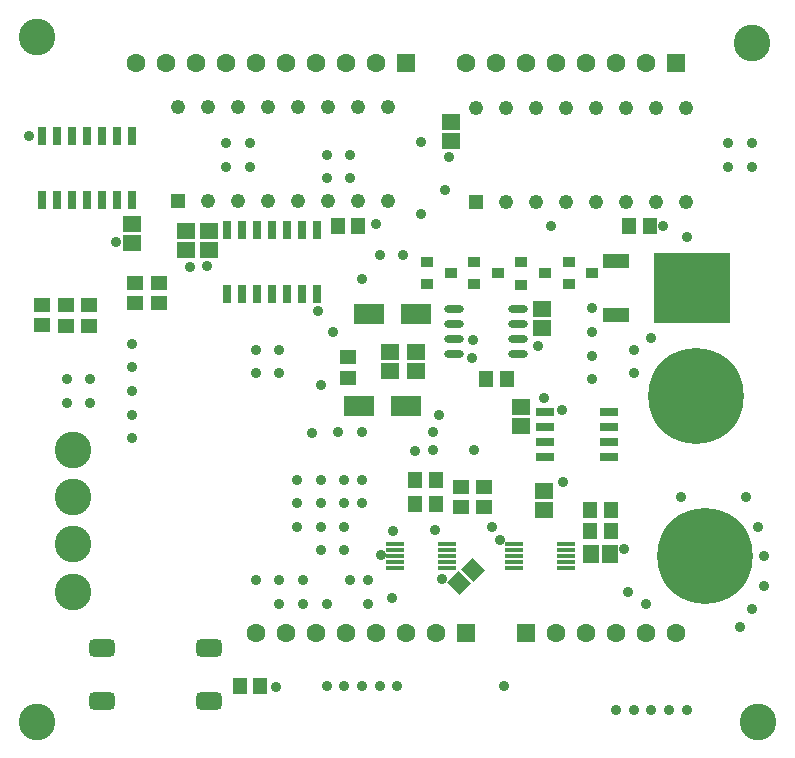
<source format=gts>
G04*
G04 #@! TF.GenerationSoftware,Altium Limited,Altium Designer,21.4.1 (30)*
G04*
G04 Layer_Color=8388736*
%FSLAX25Y25*%
%MOIN*%
G70*
G04*
G04 #@! TF.SameCoordinates,C77C1ACD-4D57-4A05-B96A-415324BACB4A*
G04*
G04*
G04 #@! TF.FilePolarity,Negative*
G04*
G01*
G75*
%ADD28R,0.04921X0.05709*%
%ADD29R,0.05906X0.05512*%
%ADD30R,0.05906X0.01575*%
%ADD31R,0.05512X0.05906*%
%ADD32R,0.10236X0.07087*%
%ADD33R,0.05709X0.04921*%
%ADD34R,0.06398X0.02953*%
G04:AMPARAMS|DCode=35|XSize=59.06mil|YSize=55.12mil|CornerRadius=0mil|HoleSize=0mil|Usage=FLASHONLY|Rotation=135.000|XOffset=0mil|YOffset=0mil|HoleType=Round|Shape=Rectangle|*
%AMROTATEDRECTD35*
4,1,4,0.04037,-0.00139,0.00139,-0.04037,-0.04037,0.00139,-0.00139,0.04037,0.04037,-0.00139,0.0*
%
%ADD35ROTATEDRECTD35*%

%ADD36O,0.06496X0.02756*%
%ADD37R,0.25591X0.23228*%
%ADD38R,0.09055X0.05118*%
G04:AMPARAMS|DCode=39|XSize=59.06mil|YSize=86.61mil|CornerRadius=15.75mil|HoleSize=0mil|Usage=FLASHONLY|Rotation=90.000|XOffset=0mil|YOffset=0mil|HoleType=Round|Shape=RoundedRectangle|*
%AMROUNDEDRECTD39*
21,1,0.05906,0.05512,0,0,90.0*
21,1,0.02756,0.08661,0,0,90.0*
1,1,0.03150,0.02756,0.01378*
1,1,0.03150,0.02756,-0.01378*
1,1,0.03150,-0.02756,-0.01378*
1,1,0.03150,-0.02756,0.01378*
%
%ADD39ROUNDEDRECTD39*%
%ADD40R,0.02953X0.06398*%
%ADD41R,0.03937X0.03543*%
%ADD42C,0.06299*%
%ADD43R,0.06299X0.06299*%
%ADD44C,0.04842*%
%ADD45R,0.04842X0.04842*%
%ADD46C,0.12205*%
%ADD47C,0.31890*%
%ADD48C,0.03543*%
D28*
X212106Y173228D02*
D03*
X205217D02*
D03*
X192224Y78347D02*
D03*
X199114D02*
D03*
X192224Y71260D02*
D03*
X199114D02*
D03*
X140748Y88583D02*
D03*
X133858D02*
D03*
Y80315D02*
D03*
X140748D02*
D03*
X164469Y122047D02*
D03*
X157579D02*
D03*
X75295Y19685D02*
D03*
X82185D02*
D03*
X107972Y173228D02*
D03*
X114862D02*
D03*
D29*
X176772Y84646D02*
D03*
Y78347D02*
D03*
X57480Y171260D02*
D03*
Y164961D02*
D03*
X64961Y171260D02*
D03*
Y164961D02*
D03*
X125591Y131102D02*
D03*
Y124803D02*
D03*
X169291Y106299D02*
D03*
Y112598D02*
D03*
X134252Y131102D02*
D03*
Y124803D02*
D03*
X175984Y145276D02*
D03*
Y138976D02*
D03*
X145669Y207874D02*
D03*
Y201575D02*
D03*
X39370Y173622D02*
D03*
Y167323D02*
D03*
D30*
X184252Y66929D02*
D03*
Y64961D02*
D03*
Y62992D02*
D03*
Y61024D02*
D03*
Y59055D02*
D03*
X166929D02*
D03*
Y61024D02*
D03*
Y62992D02*
D03*
Y64961D02*
D03*
Y66929D02*
D03*
X144488D02*
D03*
Y64961D02*
D03*
Y62992D02*
D03*
Y61024D02*
D03*
Y59055D02*
D03*
X127165D02*
D03*
Y61024D02*
D03*
Y62992D02*
D03*
Y64961D02*
D03*
Y66929D02*
D03*
D31*
X192520Y63780D02*
D03*
X198819D02*
D03*
D32*
X134252Y143701D02*
D03*
X118504D02*
D03*
X114961Y112992D02*
D03*
X130709D02*
D03*
D33*
X111417Y129429D02*
D03*
Y122539D02*
D03*
X149213Y86221D02*
D03*
Y79331D02*
D03*
X156693D02*
D03*
Y86221D02*
D03*
X48425Y147343D02*
D03*
Y154232D02*
D03*
X40551D02*
D03*
Y147343D02*
D03*
X9449Y139961D02*
D03*
Y146850D02*
D03*
X17323Y139862D02*
D03*
Y146752D02*
D03*
X25197Y139862D02*
D03*
Y146752D02*
D03*
D34*
X198472Y96043D02*
D03*
Y101043D02*
D03*
Y106043D02*
D03*
Y111043D02*
D03*
X177118D02*
D03*
Y106043D02*
D03*
Y101043D02*
D03*
Y96043D02*
D03*
D35*
X153015Y58526D02*
D03*
X148560Y54072D02*
D03*
D36*
X146850Y145295D02*
D03*
Y140295D02*
D03*
Y135295D02*
D03*
Y130295D02*
D03*
X168110Y145295D02*
D03*
Y140295D02*
D03*
Y135295D02*
D03*
Y130295D02*
D03*
D37*
X225984Y152402D02*
D03*
D38*
X200787Y161417D02*
D03*
Y143386D02*
D03*
D39*
X29331Y32480D02*
D03*
Y14764D02*
D03*
X65158D02*
D03*
Y32480D02*
D03*
D40*
X71221Y171701D02*
D03*
X76221D02*
D03*
X81221D02*
D03*
X86221D02*
D03*
X91221D02*
D03*
X96221D02*
D03*
X101221D02*
D03*
Y150347D02*
D03*
X96221D02*
D03*
X91221D02*
D03*
X86221D02*
D03*
X81221D02*
D03*
X76221D02*
D03*
X71221D02*
D03*
X39409Y203197D02*
D03*
X34409D02*
D03*
X29409D02*
D03*
X24409D02*
D03*
X19409D02*
D03*
X14409D02*
D03*
X9409D02*
D03*
Y181842D02*
D03*
X14409D02*
D03*
X19409D02*
D03*
X24409D02*
D03*
X29409D02*
D03*
X34409D02*
D03*
X39409D02*
D03*
D41*
X137795Y161220D02*
D03*
Y153740D02*
D03*
X145669Y157480D02*
D03*
X185039Y161220D02*
D03*
Y153740D02*
D03*
X192913Y157480D02*
D03*
X153543Y161220D02*
D03*
Y153740D02*
D03*
X161417Y157480D02*
D03*
X169291Y161024D02*
D03*
Y153543D02*
D03*
X177165Y157283D02*
D03*
D42*
X220787Y37402D02*
D03*
X210787D02*
D03*
X200787D02*
D03*
X190787D02*
D03*
X180787D02*
D03*
X120866Y227559D02*
D03*
X100866D02*
D03*
X90866D02*
D03*
X80866D02*
D03*
X70866D02*
D03*
X60866D02*
D03*
X50866D02*
D03*
X40866D02*
D03*
X110866D02*
D03*
X140787Y37402D02*
D03*
X130787D02*
D03*
X120787D02*
D03*
X110787D02*
D03*
X100787D02*
D03*
X90787D02*
D03*
X80787D02*
D03*
X210787Y227559D02*
D03*
X200787D02*
D03*
X190787D02*
D03*
X180787D02*
D03*
X170787D02*
D03*
X160787D02*
D03*
X150787D02*
D03*
D43*
X170787Y37402D02*
D03*
X130866Y227559D02*
D03*
X150787Y37402D02*
D03*
X220787Y227559D02*
D03*
D44*
X153976Y212480D02*
D03*
X163976D02*
D03*
X173976D02*
D03*
X183976D02*
D03*
X193976D02*
D03*
X203976D02*
D03*
X213976D02*
D03*
X223976D02*
D03*
Y181220D02*
D03*
X213976D02*
D03*
X203976D02*
D03*
X193976D02*
D03*
X183976D02*
D03*
X173976D02*
D03*
X163976D02*
D03*
X54803Y212598D02*
D03*
X64803D02*
D03*
X74803D02*
D03*
X84803D02*
D03*
X94803D02*
D03*
X104803D02*
D03*
X114803D02*
D03*
X124803D02*
D03*
Y181339D02*
D03*
X114803D02*
D03*
X104803D02*
D03*
X94803D02*
D03*
X84803D02*
D03*
X74803D02*
D03*
X64803D02*
D03*
D45*
X153976Y181220D02*
D03*
X54803Y181339D02*
D03*
D46*
X248031Y7874D02*
D03*
X246063Y234252D02*
D03*
X7874Y7874D02*
D03*
Y236221D02*
D03*
X19685Y98425D02*
D03*
X19685Y51181D02*
D03*
X19685Y66929D02*
D03*
Y82677D02*
D03*
D47*
X230315Y62992D02*
D03*
X227559Y116535D02*
D03*
D48*
X212598Y135827D02*
D03*
X206693Y131890D02*
D03*
Y124016D02*
D03*
X94488Y72835D02*
D03*
Y80709D02*
D03*
X39370Y102362D02*
D03*
Y110236D02*
D03*
X116142Y104331D02*
D03*
X108268D02*
D03*
X116142Y88583D02*
D03*
Y80709D02*
D03*
X118110Y47244D02*
D03*
Y55118D02*
D03*
X127953Y19685D02*
D03*
X122047D02*
D03*
X116142D02*
D03*
X110236D02*
D03*
X104331D02*
D03*
X204724Y51181D02*
D03*
X210630Y47244D02*
D03*
X153543Y98425D02*
D03*
X141732Y110236D02*
D03*
X139764Y98425D02*
D03*
X242126Y39370D02*
D03*
X222441Y82677D02*
D03*
X246063Y45276D02*
D03*
X250000Y53150D02*
D03*
Y62992D02*
D03*
X248031Y72835D02*
D03*
X244094Y82677D02*
D03*
X224410Y11811D02*
D03*
X218504D02*
D03*
X212598D02*
D03*
X206693D02*
D03*
X200787D02*
D03*
X163386Y19685D02*
D03*
X125984Y49213D02*
D03*
X139764Y104331D02*
D03*
X80709Y55118D02*
D03*
X102362Y120079D02*
D03*
X106299Y137795D02*
D03*
X179134Y173228D02*
D03*
X224410Y169291D02*
D03*
X17717Y122047D02*
D03*
Y114173D02*
D03*
X25591D02*
D03*
Y122047D02*
D03*
X70866Y200787D02*
D03*
Y192913D02*
D03*
X78740D02*
D03*
Y200787D02*
D03*
X104331Y196850D02*
D03*
Y188976D02*
D03*
X112205D02*
D03*
Y196850D02*
D03*
X238189Y200787D02*
D03*
Y192913D02*
D03*
X246063D02*
D03*
Y200787D02*
D03*
X135827Y177165D02*
D03*
X143701Y185039D02*
D03*
X80709Y131890D02*
D03*
Y124016D02*
D03*
X88583D02*
D03*
Y131890D02*
D03*
X122047Y163386D02*
D03*
X116142Y155512D02*
D03*
X129921Y163386D02*
D03*
X192913Y145669D02*
D03*
Y137795D02*
D03*
Y129921D02*
D03*
Y122047D02*
D03*
X104331Y47244D02*
D03*
X112205Y55118D02*
D03*
X88583D02*
D03*
Y47244D02*
D03*
X96457D02*
D03*
Y55118D02*
D03*
X39370Y133858D02*
D03*
Y125984D02*
D03*
Y118110D02*
D03*
X110236Y72835D02*
D03*
X102362D02*
D03*
X110236Y64961D02*
D03*
X102362D02*
D03*
X94488Y88583D02*
D03*
X102362D02*
D03*
Y80709D02*
D03*
X110236D02*
D03*
Y88583D02*
D03*
X145276Y196063D02*
D03*
X159449Y72835D02*
D03*
X140551Y71653D02*
D03*
X126378Y71260D02*
D03*
X153150Y135039D02*
D03*
X152756Y129134D02*
D03*
X122441Y63386D02*
D03*
X142913Y55512D02*
D03*
X162205Y68504D02*
D03*
X203543Y65354D02*
D03*
X183071Y87795D02*
D03*
X176772Y115748D02*
D03*
X182677Y111811D02*
D03*
X216535Y173228D02*
D03*
X174803Y133071D02*
D03*
X34252Y167717D02*
D03*
X5118Y203150D02*
D03*
X120866Y173622D02*
D03*
X101575Y144882D02*
D03*
X58661Y159449D02*
D03*
X64567Y159843D02*
D03*
X87402Y19291D02*
D03*
X133858Y98032D02*
D03*
X135827Y201181D02*
D03*
X99606Y103937D02*
D03*
M02*

</source>
